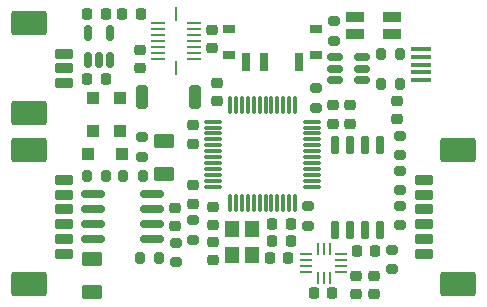
<source format=gtp>
G04 #@! TF.GenerationSoftware,KiCad,Pcbnew,8.0.1*
G04 #@! TF.CreationDate,2024-04-22T06:17:08+03:00*
G04 #@! TF.ProjectId,IMU module,494d5520-6d6f-4647-956c-652e6b696361,rev?*
G04 #@! TF.SameCoordinates,Original*
G04 #@! TF.FileFunction,Paste,Top*
G04 #@! TF.FilePolarity,Positive*
%FSLAX46Y46*%
G04 Gerber Fmt 4.6, Leading zero omitted, Abs format (unit mm)*
G04 Created by KiCad (PCBNEW 8.0.1) date 2024-04-22 06:17:08*
%MOMM*%
%LPD*%
G01*
G04 APERTURE LIST*
G04 Aperture macros list*
%AMRoundRect*
0 Rectangle with rounded corners*
0 $1 Rounding radius*
0 $2 $3 $4 $5 $6 $7 $8 $9 X,Y pos of 4 corners*
0 Add a 4 corners polygon primitive as box body*
4,1,4,$2,$3,$4,$5,$6,$7,$8,$9,$2,$3,0*
0 Add four circle primitives for the rounded corners*
1,1,$1+$1,$2,$3*
1,1,$1+$1,$4,$5*
1,1,$1+$1,$6,$7*
1,1,$1+$1,$8,$9*
0 Add four rect primitives between the rounded corners*
20,1,$1+$1,$2,$3,$4,$5,0*
20,1,$1+$1,$4,$5,$6,$7,0*
20,1,$1+$1,$6,$7,$8,$9,0*
20,1,$1+$1,$8,$9,$2,$3,0*%
G04 Aperture macros list end*
%ADD10RoundRect,0.250000X-0.300000X0.300000X-0.300000X-0.300000X0.300000X-0.300000X0.300000X0.300000X0*%
%ADD11RoundRect,0.225000X-0.225000X-0.250000X0.225000X-0.250000X0.225000X0.250000X-0.225000X0.250000X0*%
%ADD12RoundRect,0.250000X-0.625000X0.375000X-0.625000X-0.375000X0.625000X-0.375000X0.625000X0.375000X0*%
%ADD13RoundRect,0.200000X-0.200000X-0.275000X0.200000X-0.275000X0.200000X0.275000X-0.200000X0.275000X0*%
%ADD14R,0.975000X0.250000*%
%ADD15R,0.250000X0.975000*%
%ADD16RoundRect,0.200000X0.200000X0.275000X-0.200000X0.275000X-0.200000X-0.275000X0.200000X-0.275000X0*%
%ADD17RoundRect,0.225000X0.250000X-0.225000X0.250000X0.225000X-0.250000X0.225000X-0.250000X-0.225000X0*%
%ADD18RoundRect,0.150000X0.150000X-0.512500X0.150000X0.512500X-0.150000X0.512500X-0.150000X-0.512500X0*%
%ADD19RoundRect,0.200000X0.275000X-0.200000X0.275000X0.200000X-0.275000X0.200000X-0.275000X-0.200000X0*%
%ADD20RoundRect,0.225000X0.225000X0.250000X-0.225000X0.250000X-0.225000X-0.250000X0.225000X-0.250000X0*%
%ADD21RoundRect,0.250000X-0.300000X-0.300000X0.300000X-0.300000X0.300000X0.300000X-0.300000X0.300000X0*%
%ADD22R,1.500000X0.900000*%
%ADD23RoundRect,0.200000X-0.275000X0.200000X-0.275000X-0.200000X0.275000X-0.200000X0.275000X0.200000X0*%
%ADD24R,1.800000X0.400000*%
%ADD25RoundRect,0.062500X-0.525000X-0.062500X0.525000X-0.062500X0.525000X0.062500X-0.525000X0.062500X0*%
%ADD26RoundRect,0.062500X-0.062500X0.525000X-0.062500X-0.525000X0.062500X-0.525000X0.062500X0.525000X0*%
%ADD27R,0.700000X1.500000*%
%ADD28R,1.000000X0.800000*%
%ADD29RoundRect,0.225000X-0.250000X0.225000X-0.250000X-0.225000X0.250000X-0.225000X0.250000X0.225000X0*%
%ADD30RoundRect,0.200000X0.600000X-0.200000X0.600000X0.200000X-0.600000X0.200000X-0.600000X-0.200000X0*%
%ADD31RoundRect,0.250001X1.249999X-0.799999X1.249999X0.799999X-1.249999X0.799999X-1.249999X-0.799999X0*%
%ADD32R,1.200000X1.400000*%
%ADD33RoundRect,0.150000X0.825000X0.150000X-0.825000X0.150000X-0.825000X-0.150000X0.825000X-0.150000X0*%
%ADD34RoundRect,0.250000X0.250000X-0.750000X0.250000X0.750000X-0.250000X0.750000X-0.250000X-0.750000X0*%
%ADD35RoundRect,0.150000X-0.512500X-0.150000X0.512500X-0.150000X0.512500X0.150000X-0.512500X0.150000X0*%
%ADD36RoundRect,0.150000X-0.150000X0.650000X-0.150000X-0.650000X0.150000X-0.650000X0.150000X0.650000X0*%
%ADD37RoundRect,0.200000X-0.600000X0.200000X-0.600000X-0.200000X0.600000X-0.200000X0.600000X0.200000X0*%
%ADD38RoundRect,0.250001X-1.249999X0.799999X-1.249999X-0.799999X1.249999X-0.799999X1.249999X0.799999X0*%
%ADD39RoundRect,0.075000X0.075000X-0.662500X0.075000X0.662500X-0.075000X0.662500X-0.075000X-0.662500X0*%
%ADD40RoundRect,0.075000X0.662500X-0.075000X0.662500X0.075000X-0.662500X0.075000X-0.662500X-0.075000X0*%
G04 APERTURE END LIST*
D10*
X136549753Y-96747454D03*
X136549753Y-99547454D03*
D11*
X151781753Y-108894454D03*
X153331753Y-108894454D03*
D12*
X136534753Y-110433454D03*
X136534753Y-113233454D03*
D11*
X151781753Y-107434454D03*
X153331753Y-107434454D03*
D13*
X160935753Y-95604454D03*
X162585753Y-95604454D03*
D14*
X154651253Y-110030454D03*
X154651253Y-110530454D03*
X154651253Y-111030454D03*
X154651253Y-111530454D03*
D15*
X155613753Y-111980954D03*
X156113753Y-111980954D03*
X156613753Y-111980954D03*
D14*
X157576253Y-111518454D03*
X157576253Y-111018454D03*
X157576253Y-110518454D03*
X157576253Y-110018454D03*
D15*
X156613753Y-109555954D03*
X156113753Y-109555954D03*
X155613753Y-109555954D03*
D11*
X158937753Y-109709454D03*
X160487753Y-109709454D03*
D16*
X140797753Y-103395454D03*
X139147753Y-103395454D03*
D17*
X156887753Y-98954454D03*
X156887753Y-97404454D03*
D11*
X136101753Y-89648454D03*
X137651753Y-89648454D03*
D17*
X146730753Y-107539454D03*
X146730753Y-105989454D03*
D18*
X136147753Y-93570454D03*
X137097753Y-93570454D03*
X138047753Y-93570454D03*
X138047753Y-91295454D03*
X136147753Y-91295454D03*
D19*
X162551000Y-101618000D03*
X162551000Y-99968000D03*
D20*
X140618753Y-89648454D03*
X139068753Y-89648454D03*
D12*
X142580753Y-100454454D03*
X142580753Y-103254454D03*
D17*
X143531753Y-107614454D03*
X143531753Y-106064454D03*
D21*
X136200753Y-101504454D03*
X139000753Y-101504454D03*
D22*
X161890753Y-91334454D03*
X158790753Y-91334454D03*
X158790753Y-89934454D03*
X161890753Y-89934454D03*
D23*
X161930753Y-109639454D03*
X161930753Y-111289454D03*
D17*
X145060753Y-100639454D03*
X145060753Y-99089454D03*
D24*
X164350753Y-95265454D03*
X164350753Y-94615454D03*
X164350753Y-93965454D03*
X164350753Y-93315454D03*
X164350753Y-92665454D03*
D25*
X145135753Y-90464454D03*
X145135753Y-90964454D03*
X145135753Y-91464454D03*
X145135753Y-91964454D03*
X145135753Y-92464454D03*
X145135753Y-92964454D03*
X145135753Y-93464454D03*
D26*
X143620753Y-94229454D03*
D25*
X142105753Y-93464454D03*
X142105753Y-92964454D03*
X142105753Y-92464454D03*
X142105753Y-91964454D03*
X142105753Y-91464454D03*
X142105753Y-90964454D03*
X142105753Y-90464454D03*
D26*
X143620753Y-89699454D03*
D27*
X154030753Y-93769454D03*
X151030753Y-93769454D03*
X149530753Y-93769454D03*
D28*
X155430753Y-93119454D03*
X155430753Y-90909454D03*
X148130753Y-93119454D03*
X148130753Y-90909454D03*
D29*
X146650753Y-90995454D03*
X146650753Y-92545454D03*
D19*
X145038753Y-108776454D03*
X145038753Y-107126454D03*
D30*
X164590753Y-109964454D03*
X164590753Y-108714454D03*
X164590753Y-107464454D03*
X164590753Y-106214454D03*
X164590753Y-104964454D03*
X164590753Y-103714454D03*
D31*
X167490753Y-112514454D03*
X167490753Y-101164454D03*
D17*
X158361753Y-98954454D03*
X158361753Y-97404454D03*
D29*
X147058753Y-95507454D03*
X147058753Y-97057454D03*
D23*
X162552753Y-102941454D03*
X162552753Y-104591454D03*
D16*
X142186753Y-110302454D03*
X140536753Y-110302454D03*
D19*
X154822753Y-107589454D03*
X154822753Y-105939454D03*
X143572753Y-110691454D03*
X143572753Y-109041454D03*
D29*
X162330753Y-97039454D03*
X162330753Y-98589454D03*
D20*
X153135753Y-110354454D03*
X151585753Y-110354454D03*
D32*
X148320753Y-107874454D03*
X148320753Y-110074454D03*
X150020753Y-110074454D03*
X150020753Y-107874454D03*
D33*
X141575753Y-108744454D03*
X141575753Y-107474454D03*
X141575753Y-106204454D03*
X141575753Y-104934454D03*
X136625753Y-104934454D03*
X136625753Y-106204454D03*
X136625753Y-107474454D03*
X136625753Y-108744454D03*
D29*
X160338753Y-111843954D03*
X160338753Y-113393954D03*
X158878753Y-111843954D03*
X158878753Y-113393954D03*
D34*
X140730753Y-96702454D03*
X145180753Y-96702454D03*
D23*
X162552753Y-105913454D03*
X162552753Y-107563454D03*
D16*
X137719753Y-103384454D03*
X136069753Y-103384454D03*
D19*
X155424753Y-97624454D03*
X155424753Y-95974454D03*
D16*
X162585753Y-93084454D03*
X160935753Y-93084454D03*
D11*
X136098753Y-95214454D03*
X137648753Y-95214454D03*
D35*
X157093253Y-93340454D03*
X157093253Y-94290454D03*
X157093253Y-95240454D03*
X159368253Y-95240454D03*
X159368253Y-94290454D03*
X159368253Y-93340454D03*
D36*
X160863753Y-100726454D03*
X159593753Y-100726454D03*
X158323753Y-100726454D03*
X157053753Y-100726454D03*
X157053753Y-107926454D03*
X158323753Y-107926454D03*
X159593753Y-107926454D03*
X160863753Y-107926454D03*
D29*
X145055753Y-104173454D03*
X145055753Y-105723454D03*
D37*
X134093753Y-103714454D03*
X134093753Y-104964454D03*
X134093753Y-106214454D03*
X134093753Y-107464454D03*
X134093753Y-108714454D03*
X134093753Y-109964454D03*
D38*
X131193753Y-101164454D03*
X131193753Y-112514454D03*
D37*
X134093753Y-93018454D03*
X134093753Y-94268454D03*
X134093753Y-95518454D03*
D38*
X131193753Y-90468454D03*
X131193753Y-98068454D03*
D10*
X138850753Y-96747454D03*
X138850753Y-99547454D03*
D23*
X156982753Y-90273454D03*
X156982753Y-91923454D03*
D11*
X155288753Y-113287954D03*
X156838753Y-113287954D03*
D17*
X146729753Y-110501454D03*
X146729753Y-108951454D03*
D29*
X140600753Y-92724454D03*
X140600753Y-94274454D03*
D19*
X140730753Y-101739454D03*
X140730753Y-100089454D03*
D39*
X148191753Y-105696954D03*
X148691753Y-105696954D03*
X149191753Y-105696954D03*
X149691753Y-105696954D03*
X150191753Y-105696954D03*
X150691753Y-105696954D03*
X151191753Y-105696954D03*
X151691753Y-105696954D03*
X152191753Y-105696954D03*
X152691753Y-105696954D03*
X153191753Y-105696954D03*
X153691753Y-105696954D03*
D40*
X155104253Y-104284454D03*
X155104253Y-103784454D03*
X155104253Y-103284454D03*
X155104253Y-102784454D03*
X155104253Y-102284454D03*
X155104253Y-101784454D03*
X155104253Y-101284454D03*
X155104253Y-100784454D03*
X155104253Y-100284454D03*
X155104253Y-99784454D03*
X155104253Y-99284454D03*
X155104253Y-98784454D03*
D39*
X153691753Y-97371954D03*
X153191753Y-97371954D03*
X152691753Y-97371954D03*
X152191753Y-97371954D03*
X151691753Y-97371954D03*
X151191753Y-97371954D03*
X150691753Y-97371954D03*
X150191753Y-97371954D03*
X149691753Y-97371954D03*
X149191753Y-97371954D03*
X148691753Y-97371954D03*
X148191753Y-97371954D03*
D40*
X146779253Y-98784454D03*
X146779253Y-99284454D03*
X146779253Y-99784454D03*
X146779253Y-100284454D03*
X146779253Y-100784454D03*
X146779253Y-101284454D03*
X146779253Y-101784454D03*
X146779253Y-102284454D03*
X146779253Y-102784454D03*
X146779253Y-103284454D03*
X146779253Y-103784454D03*
X146779253Y-104284454D03*
M02*

</source>
